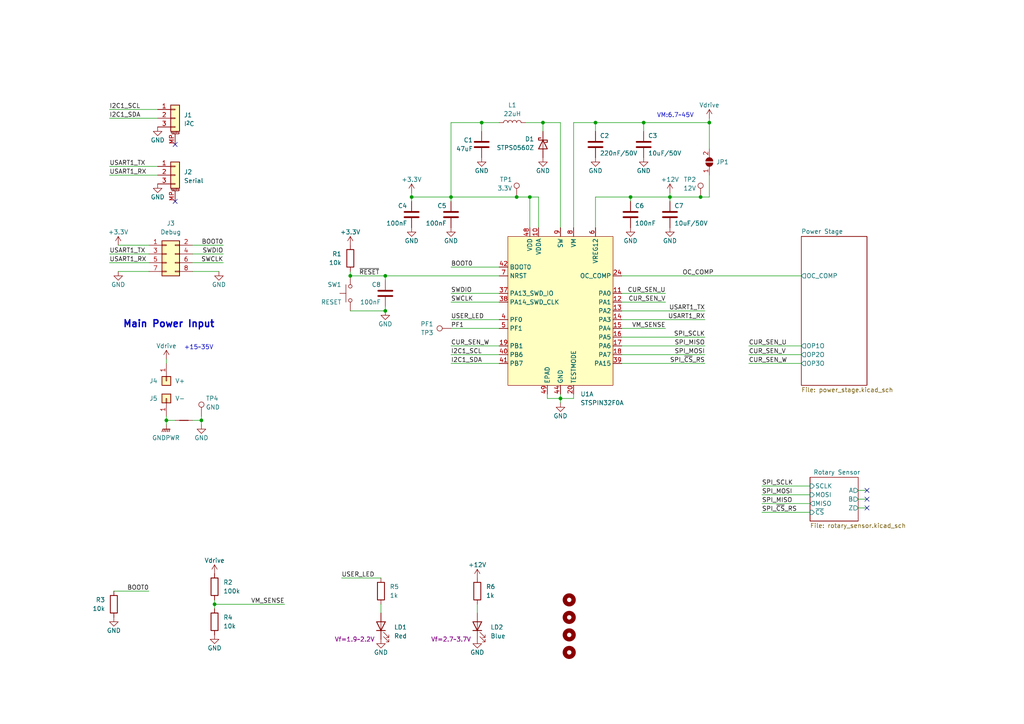
<source format=kicad_sch>
(kicad_sch (version 20230121) (generator eeschema)
  (paper "A4")
  (lib_symbols
    (symbol "Connector:TestPoint" (pin_numbers hide) (pin_names (offset 0.762) hide)
      (property "Reference" "TP" (at 0 6.858 0))
      (property "Value" "TestPoint" (at 0 5.08 0))
      (symbol "TestPoint_0_1"
        (circle (center 0 3.302) (radius 0.762))
      )
      (symbol "TestPoint_1_1"
        (pin passive line (at 0 0 90) (length 2.54) (name "1") (number "1"))
      )
    )
    (symbol "Connector_Generic:Conn_01x01" (pin_names (offset 1.016) hide)
      (property "Reference" "J" (at 0 2.54 0))
      (property "Value" "Conn_01x01" (at 0 -2.54 0))
      (symbol "Conn_01x01_1_1"
        (rectangle (start -1.27 0.127) (end 0 -0.127) (stroke (width 0.1524)))
        (rectangle (start -1.27 1.27) (end 1.27 -1.27) (stroke (width 0.254)) (fill (type background)))
        (pin passive line (at -5.08 0 0) (length 3.81) (name "Pin_1") (number "1"))
      )
    )
    (symbol "Connector_Generic:Conn_02x04_Odd_Even" (pin_names (offset 1.016) hide)
      (property "Reference" "J" (at 1.27 5.08 0))
      (property "Value" "Conn_02x04_Odd_Even" (at 1.27 -7.62 0))
      (symbol "Conn_02x04_Odd_Even_1_1"
        (rectangle (start -1.27 -4.953) (end 0 -5.207) (stroke (width 0.1524)))
        (rectangle (start -1.27 -2.413) (end 0 -2.667) (stroke (width 0.1524)))
        (rectangle (start -1.27 0.127) (end 0 -0.127) (stroke (width 0.1524)))
        (rectangle (start -1.27 2.667) (end 0 2.413) (stroke (width 0.1524)))
        (rectangle (start -1.27 3.81) (end 3.81 -6.35) (stroke (width 0.254)) (fill (type background)))
        (rectangle (start 3.81 -4.953) (end 2.54 -5.207) (stroke (width 0.1524)))
        (rectangle (start 3.81 -2.413) (end 2.54 -2.667) (stroke (width 0.1524)))
        (rectangle (start 3.81 0.127) (end 2.54 -0.127) (stroke (width 0.1524)))
        (rectangle (start 3.81 2.667) (end 2.54 2.413) (stroke (width 0.1524)))
        (pin passive line (at -5.08 2.54 0) (length 3.81) (name "Pin_1") (number "1"))
        (pin passive line (at 7.62 2.54 180) (length 3.81) (name "Pin_2") (number "2"))
        (pin passive line (at -5.08 0 0) (length 3.81) (name "Pin_3") (number "3"))
        (pin passive line (at 7.62 0 180) (length 3.81) (name "Pin_4") (number "4"))
        (pin passive line (at -5.08 -2.54 0) (length 3.81) (name "Pin_5") (number "5"))
        (pin passive line (at 7.62 -2.54 180) (length 3.81) (name "Pin_6") (number "6"))
        (pin passive line (at -5.08 -5.08 0) (length 3.81) (name "Pin_7") (number "7"))
        (pin passive line (at 7.62 -5.08 180) (length 3.81) (name "Pin_8") (number "8"))
      )
    )
    (symbol "Connector_Generic_MountingPin:Conn_01x03_MountingPin" (pin_names (offset 1.016) hide)
      (property "Reference" "J" (at 0 5.08 0))
      (property "Value" "Conn_01x03_MountingPin" (at 1.27 -5.08 0))
      (symbol "Conn_01x03_MountingPin_1_1"
        (rectangle (start -1.27 -2.413) (end 0 -2.667) (stroke (width 0.1524)))
        (rectangle (start -1.27 0.127) (end 0 -0.127) (stroke (width 0.1524)))
        (rectangle (start -1.27 2.667) (end 0 2.413) (stroke (width 0.1524)))
        (rectangle (start -1.27 3.81) (end 1.27 -3.81) (stroke (width 0.254)) (fill (type background)))
        (polyline (pts (xy -1.016 -4.572) (xy 1.016 -4.572)) (stroke (width 0.1524)))
        (text "Mounting" (at 0 -4.191 0) (effects (font (size 0.381 0.381))))
        (pin passive line (at -5.08 2.54 0) (length 3.81) (name "Pin_1") (number "1"))
        (pin passive line (at -5.08 0 0) (length 3.81) (name "Pin_2") (number "2"))
        (pin passive line (at -5.08 -2.54 0) (length 3.81) (name "Pin_3") (number "3"))
        (pin passive line (at 0 -7.62 90) (length 3.048) (name "MountPin") (number "MP"))
      )
    )
    (symbol "Device:C" (pin_numbers hide) (pin_names (offset 0.254))
      (property "Reference" "C" (at 0.635 2.54 0))
      (property "Value" "C" (at 0.635 -2.54 0))
      (symbol "C_0_1"
        (polyline (pts (xy -2.032 -0.762) (xy 2.032 -0.762)) (stroke (width 0.508)))
        (polyline (pts (xy -2.032 0.762) (xy 2.032 0.762)) (stroke (width 0.508)))
      )
      (symbol "C_1_1"
        (pin passive line (at 0 3.81 270) (length 2.794) (name "~") (number "1"))
        (pin passive line (at 0 -3.81 90) (length 2.794) (name "~") (number "2"))
      )
    )
    (symbol "Device:L" (pin_numbers hide) (pin_names (offset 1.016) hide)
      (property "Reference" "L" (at -1.27 0 90))
      (property "Value" "L" (at 1.905 0 90))
      (symbol "L_0_1"
        (arc (start 0 -2.54) (mid 0.6323 -1.905) (end 0 -1.27))
        (arc (start 0 -1.27) (mid 0.6323 -0.635) (end 0 0))
        (arc (start 0 0) (mid 0.6323 0.635) (end 0 1.27))
        (arc (start 0 1.27) (mid 0.6323 1.905) (end 0 2.54))
      )
      (symbol "L_1_1"
        (pin passive line (at 0 3.81 270) (length 1.27) (name "1") (number "1"))
        (pin passive line (at 0 -3.81 90) (length 1.27) (name "2") (number "2"))
      )
    )
    (symbol "Device:LED" (pin_numbers hide) (pin_names (offset 1.016) hide)
      (property "Reference" "D" (at 0 2.54 0))
      (property "Value" "LED" (at 0 -2.54 0))
      (symbol "LED_0_1"
        (polyline (pts (xy -1.27 -1.27) (xy -1.27 1.27)) (stroke (width 0.254)))
        (polyline (pts (xy -1.27 0) (xy 1.27 0)))
        (polyline (pts (xy 1.27 -1.27) (xy 1.27 1.27) (xy -1.27 0) (xy 1.27 -1.27)) (stroke (width 0.254)))
        (polyline (pts (xy -3.048 -0.762) (xy -4.572 -2.286) (xy -3.81 -2.286) (xy -4.572 -2.286) (xy -4.572 -1.524)))
        (polyline (pts (xy -1.778 -0.762) (xy -3.302 -2.286) (xy -2.54 -2.286) (xy -3.302 -2.286) (xy -3.302 -1.524)))
      )
      (symbol "LED_1_1"
        (pin passive line (at -3.81 0 0) (length 2.54) (name "K") (number "1"))
        (pin passive line (at 3.81 0 180) (length 2.54) (name "A") (number "2"))
      )
    )
    (symbol "Device:NetTie_2" (pin_numbers hide) (pin_names (offset 0) hide) (in_bom no)
      (property "Reference" "NT" (at 0 1.27 0))
      (property "Value" "NetTie_2" (at 0 -1.27 0))
      (symbol "NetTie_2_0_1"
        (polyline (pts (xy -1.27 0) (xy 1.27 0)) (stroke (width 0.254)))
      )
      (symbol "NetTie_2_1_1"
        (pin passive line (at -2.54 0 0) (length 2.54) (name "1") (number "1"))
        (pin passive line (at 2.54 0 180) (length 2.54) (name "2") (number "2"))
      )
    )
    (symbol "Device:R" (pin_numbers hide) (pin_names (offset 0))
      (property "Reference" "R" (at 2.032 0 90))
      (property "Value" "R" (at 0 0 90))
      (symbol "R_0_1"
        (rectangle (start -1.016 -2.54) (end 1.016 2.54) (stroke (width 0.254)))
      )
      (symbol "R_1_1"
        (pin passive line (at 0 3.81 270) (length 1.27) (name "~") (number "1"))
        (pin passive line (at 0 -3.81 90) (length 1.27) (name "~") (number "2"))
      )
    )
    (symbol "Diode:1N6857UR" (pin_numbers hide) (pin_names (offset 1.016) hide)
      (property "Reference" "D" (at 0 2.54 0))
      (property "Value" "1N6857UR" (at 0 -2.54 0))
      (symbol "1N6857UR_0_1"
        (polyline (pts (xy 1.27 0) (xy -1.27 0)))
        (polyline (pts (xy 1.27 1.27) (xy 1.27 -1.27) (xy -1.27 0) (xy 1.27 1.27)) (stroke (width 0.254)))
        (polyline (pts (xy -1.905 0.635) (xy -1.905 1.27) (xy -1.27 1.27) (xy -1.27 -1.27) (xy -0.635 -1.27) (xy -0.635 -0.635)) (stroke (width 0.254)))
      )
      (symbol "1N6857UR_1_1"
        (pin passive line (at -3.81 0 0) (length 2.54) (name "K") (number "1"))
        (pin passive line (at 3.81 0 180) (length 2.54) (name "A") (number "2"))
      )
    )
    (symbol "Jumper:SolderJumper_2_Open" (pin_names (offset 0) hide)
      (property "Reference" "JP" (at 0 2.032 0))
      (property "Value" "SolderJumper_2_Open" (at 0 -2.54 0))
      (symbol "SolderJumper_2_Open_0_1"
        (arc (start -0.254 1.016) (mid -1.2656 0) (end -0.254 -1.016))
        (arc (start -0.254 1.016) (mid -1.2656 0) (end -0.254 -1.016) (fill (type outline)))
        (polyline (pts (xy -0.254 1.016) (xy -0.254 -1.016)))
        (polyline (pts (xy 0.254 1.016) (xy 0.254 -1.016)))
        (arc (start 0.254 -1.016) (mid 1.2656 0) (end 0.254 1.016))
        (arc (start 0.254 -1.016) (mid 1.2656 0) (end 0.254 1.016) (fill (type outline)))
      )
      (symbol "SolderJumper_2_Open_1_1"
        (pin passive line (at -3.81 0 0) (length 2.54) (name "A") (number "1"))
        (pin passive line (at 3.81 0 180) (length 2.54) (name "B") (number "2"))
      )
    )
    (symbol "Mechanical:MountingHole" (pin_names (offset 1.016))
      (property "Reference" "H" (at 0 5.08 0))
      (property "Value" "MountingHole" (at 0 3.175 0))
      (symbol "MountingHole_0_1"
        (circle (center 0 0) (radius 1.27) (stroke (width 1.27)))
      )
    )
    (symbol "STSPIN32F0A_1"
      (property "Reference" "U" (at 0 0 0))
      (property "Value" "STSPIN32F0A" (at 0 -10.16 0))
      (symbol "STSPIN32F0A_1_1_0"
        (pin power_in line (at -3.81 20.32 270) (length 2.54) (name "VDDA") (number "10"))
        (pin bidirectional line (at 20.32 1.27 180) (length 2.54) (name "PA0") (number "11"))
        (pin bidirectional line (at 20.32 -1.27 180) (length 2.54) (name "PA1") (number "12"))
        (pin bidirectional line (at 20.32 -3.81 180) (length 2.54) (name "PA2") (number "13"))
        (pin bidirectional line (at 20.32 -6.35 180) (length 2.54) (name "PA3") (number "14"))
        (pin bidirectional line (at 20.32 -8.89 180) (length 2.54) (name "PA4") (number "15"))
        (pin bidirectional line (at 20.32 -11.43 180) (length 2.54) (name "PA5") (number "16"))
        (pin bidirectional line (at 20.32 -13.97 180) (length 2.54) (name "PA6") (number "17"))
        (pin bidirectional line (at 20.32 -16.51 180) (length 2.54) (name "PA7") (number "18"))
        (pin bidirectional line (at -15.24 -13.97 0) (length 2.54) (name "PB1") (number "19"))
        (pin input line (at 6.35 -27.94 90) (length 2.54) (name "TESTMODE") (number "20"))
        (pin input line (at 20.32 6.35 180) (length 2.54) (name "OC_COMP") (number "24"))
        (pin bidirectional line (at -15.24 1.27 0) (length 2.54) (name "PA13_SWD_IO") (number "37"))
        (pin bidirectional line (at -15.24 -1.27 0) (length 2.54) (name "PA14_SWD_CLK") (number "38"))
        (pin bidirectional line (at 20.32 -19.05 180) (length 2.54) (name "PA15") (number "39"))
        (pin bidirectional line (at -15.24 -6.35 0) (length 2.54) (name "PF0") (number "4"))
        (pin bidirectional line (at -15.24 -16.51 0) (length 2.54) (name "PB6") (number "40"))
        (pin bidirectional line (at -15.24 -19.05 0) (length 2.54) (name "PB7") (number "41"))
        (pin input line (at -15.24 8.89 0) (length 2.54) (name "BOOT0") (number "42"))
        (pin no_connect line (at 10.16 -27.94 90) (length 2.54) hide (name "RESERVED") (number "43"))
        (pin power_in line (at 2.54 -27.94 90) (length 2.54) (name "GND") (number "44"))
        (pin power_in line (at -6.35 20.32 270) (length 2.54) (name "VDD") (number "48"))
        (pin power_in line (at -1.27 -27.94 90) (length 2.54) (name "EPAD") (number "49"))
        (pin bidirectional line (at -15.24 -8.89 0) (length 2.54) (name "PF1") (number "5"))
        (pin power_out line (at 12.7 20.32 270) (length 2.54) (name "VREG12") (number "6"))
        (pin input line (at -15.24 6.35 0) (length 2.54) (name "NRST") (number "7"))
        (pin power_in line (at 6.35 20.32 270) (length 2.54) (name "VM") (number "8"))
        (pin output line (at 2.54 20.32 270) (length 2.54) (name "SW") (number "9"))
      )
      (symbol "STSPIN32F0A_1_1_1"
        (rectangle (start -12.7 17.78) (end 17.78 -25.4) (fill (type background)))
      )
      (symbol "STSPIN32F0A_1_2_0"
        (pin output line (at 10.16 8.89 180) (length 2.54) (name "HSW") (number "25"))
        (pin output line (at 10.16 -3.81 180) (length 2.54) (name "OUTW") (number "26"))
        (pin output line (at 10.16 2.54 180) (length 2.54) (name "VBOOTW") (number "27"))
        (pin output line (at 10.16 -10.16 180) (length 2.54) (name "LSW") (number "28"))
      )
      (symbol "STSPIN32F0A_1_2_1"
        (rectangle (start -3.81 11.43) (end 7.62 -11.43) (fill (type background)))
        (text "W" (at -1.27 8.89 0) (effects (font (size 2 2) bold)))
      )
      (symbol "STSPIN32F0A_1_3_0"
        (pin output line (at 10.16 8.89 180) (length 2.54) (name "HSV") (number "29"))
        (pin output line (at 10.16 -3.81 180) (length 2.54) (name "OUTV") (number "30"))
        (pin output line (at 10.16 2.54 180) (length 2.54) (name "VBOOTV") (number "31"))
        (pin output line (at 10.16 -10.16 180) (length 2.54) (name "LSV") (number "32"))
      )
      (symbol "STSPIN32F0A_1_3_1"
        (rectangle (start -3.81 11.43) (end 7.62 -11.43) (fill (type background)))
        (text "V" (at -1.27 8.89 0) (effects (font (size 2 2) bold)))
      )
      (symbol "STSPIN32F0A_1_4_0"
        (pin output line (at 10.16 8.89 180) (length 2.54) (name "HSU") (number "33"))
        (pin output line (at 10.16 -3.81 180) (length 2.54) (name "OUTU") (number "34"))
        (pin output line (at 10.16 2.54 180) (length 2.54) (name "VBOOTU") (number "35"))
        (pin output line (at 10.16 -10.16 180) (length 2.54) (name "LSU") (number "36"))
      )
      (symbol "STSPIN32F0A_1_4_1"
        (rectangle (start -3.81 11.43) (end 7.62 -11.43) (fill (type background)))
        (text "U" (at -1.27 8.89 0) (effects (font (size 2 2) bold)))
      )
      (symbol "STSPIN32F0A_1_5_0"
        (pin input line (at -7.62 3.81 0) (length 2.54) (name "OP3P") (number "45"))
        (pin input line (at -7.62 -3.81 0) (length 2.54) (name "OP3N") (number "46"))
        (pin output line (at 11.43 0 180) (length 2.54) (name "OP3O") (number "47"))
      )
      (symbol "STSPIN32F0A_1_5_1"
        (polyline (pts (xy 10.16 0) (xy -5.08 7.62) (xy -5.08 -7.62) (xy 10.16 0)) (fill (type background)))
        (text "+" (at -6.35 2.54 0) (effects (font (size 1.27 1.27))))
        (text "-" (at -6.35 -5.08 0) (effects (font (size 1.27 1.27))))
      )
      (symbol "STSPIN32F0A_1_6_0"
        (pin input line (at -7.62 3.81 0) (length 2.54) (name "OP2P") (number "1"))
        (pin input line (at -7.62 -3.81 0) (length 2.54) (name "OP2N") (number "2"))
        (pin output line (at 11.43 0 180) (length 2.54) (name "OP2O") (number "3"))
      )
      (symbol "STSPIN32F0A_1_6_1"
        (polyline (pts (xy 10.16 0) (xy -5.08 7.62) (xy -5.08 -7.62) (xy 10.16 0)) (fill (type background)))
        (text "+" (at -6.35 2.54 0) (effects (font (size 1.27 1.27))))
        (text "-" (at -6.35 -5.08 0) (effects (font (size 1.27 1.27))))
      )
      (symbol "STSPIN32F0A_1_7_0"
        (pin output line (at 11.43 0 180) (length 2.54) (name "OP1O") (number "21"))
        (pin input line (at -7.62 -3.81 0) (length 2.54) (name "OP1N") (number "22"))
        (pin input line (at -7.62 3.81 0) (length 2.54) (name "OP1P") (number "23"))
      )
      (symbol "STSPIN32F0A_1_7_1"
        (polyline (pts (xy 10.16 0) (xy -5.08 7.62) (xy -5.08 -7.62) (xy 10.16 0)) (fill (type background)))
        (text "+" (at -6.35 2.54 0) (effects (font (size 1.27 1.27))))
        (text "-" (at -6.35 -5.08 0) (effects (font (size 1.27 1.27))))
      )
    )
    (symbol "Switch:SW_Push" (pin_numbers hide) (pin_names (offset 1.016) hide)
      (property "Reference" "SW" (at 1.27 2.54 0))
      (property "Value" "SW_Push" (at 0 -1.524 0))
      (symbol "SW_Push_0_1"
        (circle (center -2.032 0) (radius 0.508))
        (polyline (pts (xy 0 1.27) (xy 0 3.048)))
        (polyline (pts (xy 2.54 1.27) (xy -2.54 1.27)))
        (circle (center 2.032 0) (radius 0.508))
        (pin passive line (at -5.08 0 0) (length 2.54) (name "1") (number "1"))
        (pin passive line (at 5.08 0 180) (length 2.54) (name "2") (number "2"))
      )
    )
    (symbol "power:+12V" (power) (pin_names (offset 0))
      (property "Value" "+12V" (at 0 3.556 0))
      (symbol "+12V_0_1"
        (polyline (pts (xy -0.762 1.27) (xy 0 2.54)))
        (polyline (pts (xy 0 0) (xy 0 2.54)))
        (polyline (pts (xy 0 2.54) (xy 0.762 1.27)))
      )
      (symbol "+12V_1_1"
        (pin power_in line (at 0 0 90) (length 0) hide (name "+12V") (number "1"))
      )
    )
    (symbol "power:+3.3V" (power) (pin_names (offset 0))
      (property "Value" "+3.3V" (at 0 3.556 0))
      (symbol "+3.3V_0_1"
        (polyline (pts (xy -0.762 1.27) (xy 0 2.54)))
        (polyline (pts (xy 0 0) (xy 0 2.54)))
        (polyline (pts (xy 0 2.54) (xy 0.762 1.27)))
      )
      (symbol "+3.3V_1_1"
        (pin power_in line (at 0 0 90) (length 0) hide (name "+3.3V") (number "1"))
      )
    )
    (symbol "power:GND" (power) (pin_names (offset 0))
      (property "Value" "GND" (at 0 -3.81 0))
      (symbol "GND_0_1"
        (polyline (pts (xy 0 0) (xy 0 -1.27) (xy 1.27 -1.27) (xy 0 -2.54) (xy -1.27 -1.27) (xy 0 -1.27)))
      )
      (symbol "GND_1_1"
        (pin power_in line (at 0 0 270) (length 0) hide (name "GND") (number "1"))
      )
    )
    (symbol "power:GNDPWR" (power) (pin_names (offset 0))
      (property "Value" "GNDPWR" (at 0 -3.302 0))
      (symbol "GNDPWR_0_1"
        (polyline (pts (xy 0 -1.27) (xy 0 0)))
        (polyline (pts (xy -1.016 -1.27) (xy -1.27 -2.032) (xy -1.27 -2.032)) (stroke (width 0.2032)))
        (polyline (pts (xy -0.508 -1.27) (xy -0.762 -2.032) (xy -0.762 -2.032)) (stroke (width 0.2032)))
        (polyline (pts (xy 0 -1.27) (xy -0.254 -2.032) (xy -0.254 -2.032)) (stroke (width 0.2032)))
        (polyline (pts (xy 0.508 -1.27) (xy 0.254 -2.032) (xy 0.254 -2.032)) (stroke (width 0.2032)))
        (polyline (pts (xy 1.016 -1.27) (xy -1.016 -1.27) (xy -1.016 -1.27)) (stroke (width 0.2032)))
        (polyline (pts (xy 1.016 -1.27) (xy 0.762 -2.032) (xy 0.762 -2.032) (xy 0.762 -2.032)) (stroke (width 0.2032)))
      )
      (symbol "GNDPWR_1_1"
        (pin power_in line (at 0 0 270) (length 0) hide (name "GNDPWR") (number "1"))
      )
    )
    (symbol "power:Vdrive" (power) (pin_names (offset 0))
      (property "Value" "Vdrive" (at 0 3.81 0))
      (symbol "Vdrive_0_1"
        (polyline (pts (xy -0.762 1.27) (xy 0 2.54)))
        (polyline (pts (xy 0 0) (xy 0 2.54)))
        (polyline (pts (xy 0 2.54) (xy 0.762 1.27)))
      )
      (symbol "Vdrive_1_1"
        (pin power_in line (at 0 0 90) (length 0) hide (name "Vdrive") (number "1"))
      )
    )
  )
  (junction (at 58.42 121.92))
  (junction (at 111.76 90.17))
  (junction (at 157.48 35.56))
  (junction (at 111.76 80.01))
  (junction (at 162.56 115.57))
  (junction (at 203.2 57.15))
  (junction (at 48.26 121.92))
  (junction (at 172.72 35.56))
  (junction (at 186.69 35.56))
  (junction (at 101.6 80.01))
  (junction (at 62.23 175.26))
  (junction (at 130.81 57.15))
  (junction (at 139.7 35.56))
  (junction (at 153.67 57.15))
  (junction (at 149.86 57.15))
  (junction (at 205.74 35.56))
  (junction (at 119.38 57.15))
  (junction (at 194.31 57.15))
  (junction (at 182.88 57.15))
  (no_connect (at 50.8 41.91))
  (no_connect (at 251.46 142.24))
  (no_connect (at 50.8 58.42))
  (no_connect (at 251.46 147.32))
  (no_connect (at 251.46 144.78))
  (wire (pts (xy 82.55 175.26) (xy 62.23 175.26)))
  (wire (pts (xy 217.17 100.33) (xy 232.41 100.33)))
  (wire (pts (xy 58.42 123.19) (xy 58.42 121.92)))
  (wire (pts (xy 194.31 58.42) (xy 194.31 57.15)))
  (wire (pts (xy 180.34 92.71) (xy 204.47 92.71)))
  (wire (pts (xy 31.75 48.26) (xy 45.72 48.26)))
  (wire (pts (xy 130.81 95.25) (xy 144.78 95.25)))
  (wire (pts (xy 55.88 121.92) (xy 58.42 121.92)))
  (wire (pts (xy 193.04 87.63) (xy 180.34 87.63)))
  (wire (pts (xy 166.37 35.56) (xy 166.37 66.04)))
  (wire (pts (xy 157.48 35.56) (xy 162.56 35.56)))
  (wire (pts (xy 130.81 57.15) (xy 130.81 58.42)))
  (wire (pts (xy 130.81 100.33) (xy 144.78 100.33)))
  (wire (pts (xy 220.98 140.97) (xy 234.95 140.97)))
  (wire (pts (xy 172.72 35.56) (xy 166.37 35.56)))
  (wire (pts (xy 64.77 73.66) (xy 55.88 73.66)))
  (wire (pts (xy 130.81 105.41) (xy 144.78 105.41)))
  (wire (pts (xy 130.81 57.15) (xy 149.86 57.15)))
  (wire (pts (xy 248.92 147.32) (xy 251.46 147.32)))
  (wire (pts (xy 153.67 57.15) (xy 153.67 66.04)))
  (wire (pts (xy 194.31 57.15) (xy 203.2 57.15)))
  (wire (pts (xy 220.98 146.05) (xy 234.95 146.05)))
  (wire (pts (xy 166.37 115.57) (xy 162.56 115.57)))
  (wire (pts (xy 101.6 90.17) (xy 111.76 90.17)))
  (wire (pts (xy 50.8 121.92) (xy 48.26 121.92)))
  (wire (pts (xy 193.04 85.09) (xy 180.34 85.09)))
  (wire (pts (xy 48.26 123.19) (xy 48.26 121.92)))
  (wire (pts (xy 130.81 92.71) (xy 144.78 92.71)))
  (wire (pts (xy 180.34 105.41) (xy 204.47 105.41)))
  (wire (pts (xy 186.69 38.1) (xy 186.69 35.56)))
  (wire (pts (xy 31.75 76.2) (xy 43.18 76.2)))
  (wire (pts (xy 153.67 57.15) (xy 156.21 57.15)))
  (wire (pts (xy 180.34 90.17) (xy 204.47 90.17)))
  (wire (pts (xy 99.06 167.64) (xy 110.49 167.64)))
  (wire (pts (xy 180.34 102.87) (xy 204.47 102.87)))
  (wire (pts (xy 31.75 50.8) (xy 45.72 50.8)))
  (wire (pts (xy 31.75 31.75) (xy 45.72 31.75)))
  (wire (pts (xy 130.81 35.56) (xy 139.7 35.56)))
  (wire (pts (xy 248.92 144.78) (xy 251.46 144.78)))
  (wire (pts (xy 139.7 35.56) (xy 139.7 38.1)))
  (wire (pts (xy 62.23 173.99) (xy 62.23 175.26)))
  (wire (pts (xy 31.75 34.29) (xy 45.72 34.29)))
  (wire (pts (xy 156.21 66.04) (xy 156.21 57.15)))
  (wire (pts (xy 220.98 148.59) (xy 234.95 148.59)))
  (wire (pts (xy 101.6 80.01) (xy 111.76 80.01)))
  (wire (pts (xy 162.56 115.57) (xy 162.56 116.84)))
  (wire (pts (xy 58.42 121.92) (xy 58.42 120.65)))
  (wire (pts (xy 180.34 97.79) (xy 204.47 97.79)))
  (wire (pts (xy 48.26 121.92) (xy 48.26 120.65)))
  (wire (pts (xy 166.37 114.3) (xy 166.37 115.57)))
  (wire (pts (xy 152.4 35.56) (xy 157.48 35.56)))
  (wire (pts (xy 248.92 142.24) (xy 251.46 142.24)))
  (wire (pts (xy 158.75 114.3) (xy 158.75 115.57)))
  (wire (pts (xy 203.2 57.15) (xy 205.74 57.15)))
  (wire (pts (xy 130.81 87.63) (xy 144.78 87.63)))
  (wire (pts (xy 217.17 105.41) (xy 232.41 105.41)))
  (wire (pts (xy 180.34 100.33) (xy 204.47 100.33)))
  (wire (pts (xy 217.17 102.87) (xy 232.41 102.87)))
  (wire (pts (xy 130.81 77.47) (xy 144.78 77.47)))
  (wire (pts (xy 62.23 175.26) (xy 62.23 176.53)))
  (wire (pts (xy 48.26 104.14) (xy 48.26 105.41)))
  (wire (pts (xy 180.34 80.01) (xy 232.41 80.01)))
  (wire (pts (xy 130.81 85.09) (xy 144.78 85.09)))
  (wire (pts (xy 111.76 90.17) (xy 111.76 88.9)))
  (wire (pts (xy 182.88 57.15) (xy 182.88 58.42)))
  (wire (pts (xy 63.5 78.74) (xy 55.88 78.74)))
  (wire (pts (xy 31.75 73.66) (xy 43.18 73.66)))
  (wire (pts (xy 111.76 81.28) (xy 111.76 80.01)))
  (wire (pts (xy 194.31 55.88) (xy 194.31 57.15)))
  (wire (pts (xy 182.88 57.15) (xy 194.31 57.15)))
  (wire (pts (xy 162.56 114.3) (xy 162.56 115.57)))
  (wire (pts (xy 172.72 57.15) (xy 172.72 66.04)))
  (wire (pts (xy 119.38 57.15) (xy 119.38 58.42)))
  (wire (pts (xy 205.74 35.56) (xy 186.69 35.56)))
  (wire (pts (xy 149.86 57.15) (xy 153.67 57.15)))
  (wire (pts (xy 182.88 57.15) (xy 172.72 57.15)))
  (wire (pts (xy 193.04 95.25) (xy 180.34 95.25)))
  (wire (pts (xy 162.56 35.56) (xy 162.56 66.04)))
  (wire (pts (xy 139.7 35.56) (xy 144.78 35.56)))
  (wire (pts (xy 220.98 143.51) (xy 234.95 143.51)))
  (wire (pts (xy 157.48 38.1) (xy 157.48 35.56)))
  (wire (pts (xy 64.77 76.2) (xy 55.88 76.2)))
  (wire (pts (xy 64.77 71.12) (xy 55.88 71.12)))
  (wire (pts (xy 119.38 57.15) (xy 130.81 57.15)))
  (wire (pts (xy 34.29 78.74) (xy 43.18 78.74)))
  (wire (pts (xy 43.18 171.45) (xy 33.02 171.45)))
  (wire (pts (xy 130.81 35.56) (xy 130.81 57.15)))
  (wire (pts (xy 119.38 55.88) (xy 119.38 57.15)))
  (wire (pts (xy 205.74 50.8) (xy 205.74 57.15)))
  (wire (pts (xy 130.81 102.87) (xy 144.78 102.87)))
  (wire (pts (xy 34.29 71.12) (xy 43.18 71.12)))
  (wire (pts (xy 138.43 177.8) (xy 138.43 175.26)))
  (wire (pts (xy 172.72 35.56) (xy 172.72 38.1)))
  (wire (pts (xy 205.74 43.18) (xy 205.74 35.56)))
  (wire (pts (xy 172.72 35.56) (xy 186.69 35.56)))
  (wire (pts (xy 110.49 177.8) (xy 110.49 175.26)))
  (wire (pts (xy 111.76 80.01) (xy 144.78 80.01)))
  (wire (pts (xy 101.6 78.74) (xy 101.6 80.01)))
  (wire (pts (xy 205.74 34.29) (xy 205.74 35.56)))
  (wire (pts (xy 158.75 115.57) (xy 162.56 115.57)))
  (text "+15~35V" (at 53.34 101.6 0) (effects (font (size 1.27 1.27)) (justify left bottom)))
  (text "VM:6.7~45V" (at 190.5 34.29 0) (effects (font (size 1.27 1.27)) (justify left bottom)))
  (text "Main Power Input" (at 35.56 95.25 0) (effects (font (size 2 2) (thickness 0.4) bold) (justify left bottom)))
  (label "I2C1_SCL" (at 31.75 31.75 0))
  (label "SWCLK" (at 64.77 76.2 180))
  (label "BOOT0" (at 130.81 77.47 0))
  (label "SPI_SCLK" (at 220.98 140.97 0))
  (label "SPI_MOSI" (at 204.47 102.87 180))
  (label "USART1_TX" (at 31.75 73.66 0))
  (label "USER_LED" (at 99.06 167.64 0))
  (label "SPI_~{CS}_RS" (at 204.47 105.41 180))
  (label "SPI_SCLK" (at 204.47 97.79 180))
  (label "SPI_MOSI" (at 220.98 143.51 0))
  (label "SPI_MISO" (at 220.98 146.05 0))
  (label "VM_SENSE" (at 193.04 95.25 180))
  (label "OC_COMP" (at 207.01 80.01 180))
  (label "USART1_RX" (at 204.47 92.71 180))
  (label "I2C1_SDA" (at 31.75 34.29 0))
  (label "~{RESET}" (at 104.14 80.01 0))
  (label "USART1_RX" (at 31.75 50.8 0))
  (label "USART1_RX" (at 31.75 76.2 0))
  (label "USART1_TX" (at 31.75 48.26 0))
  (label "BOOT0" (at 43.18 171.45 180))
  (label "SWDIO" (at 64.77 73.66 180))
  (label "CUR_SEN_U" (at 193.04 85.09 180))
  (label "I2C1_SCL" (at 130.81 102.87 0))
  (label "SWDIO" (at 130.81 85.09 0))
  (label "CUR_SEN_V" (at 217.17 102.87 0))
  (label "SWCLK" (at 130.81 87.63 0))
  (label "CUR_SEN_W" (at 130.81 100.33 0))
  (label "BOOT0" (at 64.77 71.12 180))
  (label "I2C1_SDA" (at 130.81 105.41 0))
  (label "CUR_SEN_V" (at 193.04 87.63 180))
  (label "CUR_SEN_U" (at 217.17 100.33 0))
  (label "SPI_MISO" (at 204.47 100.33 180))
  (label "SPI_~{CS}_RS" (at 220.98 148.59 0))
  (label "PF1" (at 130.81 95.25 0))
  (label "VM_SENSE" (at 82.55 175.26 180))
  (label "CUR_SEN_W" (at 217.17 105.41 0))
  (label "USER_LED" (at 130.81 92.71 0))
  (label "USART1_TX" (at 204.47 90.17 180))
  (symbol (lib_id "power:GND") (at 111.76 90.17 0) (unit 1)
    (property "Reference" "#PWR018" (effects hide))
    (property "Value" "GND" (at 111.76 93.98 0))
  )
  (symbol (lib_id "power:+3.3V") (at 119.38 55.88 0) (unit 1)
    (property "Reference" "#PWR08" (effects hide))
    (property "Value" "+3.3V" (at 119.38 52.07 0))
  )
  (symbol (lib_id "Device:LED") (at 138.43 181.61 90) (unit 1)
    (property "Reference" "LD2" (at 142.24 181.9275 90) (effects (justify right)))
    (property "Value" "Blue" (at 142.24 184.4675 90) (effects (justify right)))
    (property "Footprint" "LED_SMD:LED_0603_1608Metric" (effects hide))
    (property "Note" "Vf=2.7~3.7V" (at 130.81 185.42 90))
    (property "LCSC" "C72043" (effects hide))
    (property "MFR. Part#" "19-217/GHC-YR1S2/3T" (effects hide))
  )
  (symbol (lib_id "Connector_Generic_MountingPin:Conn_01x03_MountingPin") (at 50.8 34.29 0) (unit 1)
    (property "Reference" "J1" (at 53.34 33.3756 0) (effects (justify left)))
    (property "Value" "I^{2}C" (at 53.34 35.9156 0) (effects (justify left)))
    (property "Footprint" "Connector_JST:JST_SH_SM03B-SRSS-TB_1x03-1MP_P1.00mm_Horizontal" (effects hide))
    (property "LCSC" "C160403" (effects hide))
    (property "MFR. Part#" "SM03B-SRSS-TB(LF)(SN)" (effects hide))
  )
  (symbol (lib_id "power:+3.3V") (at 34.29 71.12 0) (mirror y) (unit 1)
    (property "Reference" "#PWR014" (effects hide))
    (property "Value" "+3.3V" (at 34.29 67.31 0))
  )
  (symbol (lib_id "power:GND") (at 139.7 45.72 0) (unit 1)
    (property "Reference" "#PWR03" (effects hide))
    (property "Value" "GND" (at 139.7 49.53 0))
  )
  (symbol (lib_id "power:GND") (at 119.38 66.04 0) (unit 1)
    (property "Reference" "#PWR010" (effects hide))
    (property "Value" "GND" (at 119.38 69.85 0))
  )
  (symbol (lib_id "power:GND") (at 58.42 123.19 0) (unit 1)
    (property "Reference" "#PWR022" (effects hide))
    (property "Value" "GND" (at 58.42 127 0))
  )
  (symbol (lib_id "Device:L") (at 148.59 35.56 90) (unit 1)
    (property "Reference" "L1" (at 148.59 30.48 90))
    (property "Value" "22uH" (at 148.59 33.02 90))
    (property "Footprint" "Inductor_SMD:L_Taiyo-Yuden_MD-3030" (effects hide))
    (property "MFR. Part#" "YNR3015-220M" (effects hide))
    (property "LCSC" "C497564" (effects hide))
  )
  (symbol (lib_id "Connector:TestPoint") (at 203.2 57.15 0) (mirror y) (unit 1)
    (property "Reference" "TP2" (at 201.93 52.07 0) (effects (justify left)))
    (property "Value" "12V" (at 201.93 54.61 0) (effects (justify left)))
    (property "Footprint" "TestPoint:TestPoint_Pad_D1.0mm" (effects hide))
  )
  (symbol (lib_id "power:GND") (at 157.48 45.72 0) (unit 1)
    (property "Reference" "#PWR04" (effects hide))
    (property "Value" "GND" (at 157.48 49.53 0))
  )
  (symbol (lib_id "Device:C") (at 130.81 62.23 0) (unit 1)
    (property "Reference" "C5" (at 129.54 59.69 0) (effects (justify right)))
    (property "Value" "100nF" (at 129.54 64.77 0) (effects (justify right)))
    (property "Footprint" "Capacitor_SMD:C_0402_1005Metric" (effects hide))
    (property "LCSC" "C307331" (effects hide))
    (property "MFR. Part#" "CL05B104KB54PNC" (effects hide))
  )
  (symbol (lib_id "Device:R") (at 62.23 180.34 180) (unit 1)
    (property "Reference" "R4" (at 64.77 179.07 0) (effects (justify right)))
    (property "Value" "10k" (at 64.77 181.61 0) (effects (justify right)))
    (property "Footprint" "Resistor_SMD:R_0402_1005Metric" (effects hide))
    (property "LCSC" "C25744" (effects hide))
    (property "MFR. Part#" "0402WGF1002TCE" (effects hide))
  )
  (symbol (lib_id "Mechanical:MountingHole") (at 165.1 184.15 90) (unit 1) (in_bom no)
    (property "Reference" "H3" (effects hide))
    (property "Value" "MountingHole" (effects hide))
    (property "Footprint" "MountingHole:MountingHole_2.2mm_M2_ISO14580" (effects hide))
  )
  (symbol (lib_id "Device:C") (at 111.76 85.09 0) (unit 1)
    (property "Reference" "C8" (at 110.49 82.55 0) (effects (justify right)))
    (property "Value" "100nF" (at 110.49 87.63 0) (effects (justify right)))
    (property "Footprint" "Capacitor_SMD:C_0402_1005Metric" (effects hide))
    (property "LCSC" "C307331" (effects hide))
    (property "MFR. Part#" "CL05B104KB54PNC" (effects hide))
  )
  (symbol (lib_id "power:GND") (at 34.29 78.74 0) (mirror y) (unit 1)
    (property "Reference" "#PWR016" (effects hide))
    (property "Value" "GND" (at 34.29 82.55 0))
  )
  (symbol (lib_id "power:GND") (at 130.81 66.04 0) (unit 1)
    (property "Reference" "#PWR011" (effects hide))
    (property "Value" "GND" (at 130.81 69.85 0))
  )
  (symbol (lib_id "Device:R") (at 101.6 74.93 0) (mirror x) (unit 1)
    (property "Reference" "R1" (at 99.06 73.66 0) (effects (justify right)))
    (property "Value" "10k" (at 99.06 76.2 0) (effects (justify right)))
    (property "Footprint" "Resistor_SMD:R_0402_1005Metric" (effects hide))
    (property "LCSC" "C25744" (effects hide))
    (property "MFR. Part#" "0402WGF1002TCE" (effects hide))
  )
  (symbol (lib_id "Mechanical:MountingHole") (at 165.1 189.23 90) (unit 1) (in_bom no)
    (property "Reference" "H4" (effects hide))
    (property "Value" "MountingHole" (effects hide))
    (property "Footprint" "MountingHole:MountingHole_2.2mm_M2_ISO14580" (effects hide))
  )
  (symbol (lib_id "Diode:1N6857UR") (at 157.48 41.91 90) (mirror x) (unit 1)
    (property "Reference" "D1" (at 154.94 40.3225 90) (effects (justify left)))
    (property "Value" "STPS0560Z" (at 154.94 42.8625 90) (effects (justify left)))
    (property "Footprint" "Diode_SMD:D_SOD-123F" (effects hide))
    (property "Datasheet" "https://www.microsemi.com/document-portal/doc_download/131890-lds-0040-1-datasheet" (effects hide))
    (property "LCSC" "C99285" (effects hide))
    (property "MFR. Part#" "STPS0560Z" (effects hide))
  )
  (symbol (lib_id "power:+3.3V") (at 101.6 71.12 0) (unit 1)
    (property "Reference" "#PWR015" (effects hide))
    (property "Value" "+3.3V" (at 101.6 67.31 0))
  )
  (symbol (lib_id "power:GND") (at 62.23 184.15 0) (unit 1)
    (property "Reference" "#PWR026" (effects hide))
    (property "Value" "GND" (at 62.23 187.96 0))
  )
  (symbol (lib_id "power:Vdrive") (at 205.74 34.29 0) (mirror y) (unit 1)
    (property "Reference" "#PWR01" (effects hide))
    (property "Value" "Vdrive" (at 205.74 30.48 0))
  )
  (symbol (lib_id "Switch:SW_Push") (at 101.6 85.09 90) (mirror x) (unit 1)
    (property "Reference" "SW1" (at 99.06 82.55 90) (effects (justify left)))
    (property "Value" "RESET" (at 99.06 87.63 90) (effects (justify left)))
    (property "Footprint" "Button_Switch_SMD:SW_SPST_EVQP7C" (effects hide))
    (property "MFR. Part#" "3*4mm" (effects hide))
  )
  (symbol (lib_id "power:GND") (at 182.88 66.04 0) (unit 1)
    (property "Reference" "#PWR012" (effects hide))
    (property "Value" "GND" (at 182.88 69.85 0))
  )
  (symbol (lib_id "power:+12V") (at 194.31 55.88 0) (unit 1)
    (property "Reference" "#PWR09" (effects hide))
    (property "Value" "+12V" (at 194.31 52.07 0))
  )
  (symbol (lib_id "Device:NetTie_2") (at 53.34 121.92 0) (unit 1) (in_bom no)
    (property "Reference" "NT1" (effects hide))
    (property "Value" "NetTie_2" (effects hide))
    (property "Footprint" "NetTie:NetTie-2_SMD_Pad0.5mm" (effects hide))
  )
  (symbol (lib_id "power:GND") (at 33.02 179.07 0) (mirror y) (unit 1)
    (property "Reference" "#PWR025" (effects hide))
    (property "Value" "GND" (at 33.02 182.88 0))
  )
  (symbol (lib_id "power:GND") (at 172.72 45.72 0) (unit 1)
    (property "Reference" "#PWR05" (effects hide))
    (property "Value" "GND" (at 172.72 49.53 0))
  )
  (symbol (lib_id "Device:R") (at 62.23 170.18 180) (unit 1)
    (property "Reference" "R2" (at 64.77 168.91 0) (effects (justify right)))
    (property "Value" "100k" (at 64.77 171.45 0) (effects (justify right)))
    (property "Footprint" "Resistor_SMD:R_0402_1005Metric" (effects hide))
    (property "LCSC" "C25741" (effects hide))
    (property "MFR. Part#" "0402WGF1003TCE" (effects hide))
  )
  (symbol (lib_id "Connector:TestPoint") (at 149.86 57.15 0) (mirror y) (unit 1)
    (property "Reference" "TP1" (at 148.59 52.07 0) (effects (justify left)))
    (property "Value" "3.3V" (at 148.59 54.61 0) (effects (justify left)))
    (property "Footprint" "TestPoint:TestPoint_Pad_D1.0mm" (effects hide))
  )
  (symbol (lib_id "Jumper:SolderJumper_2_Open") (at 205.74 46.99 270) (mirror x) (unit 1)
    (property "Reference" "JP1" (at 209.55 46.99 90))
    (property "Value" "SolderJumper_2_Open" (effects hide))
    (property "Footprint" "Jumper:SolderJumper-2_P1.3mm_Open_RoundedPad1.0x1.5mm" (effects hide))
  )
  (symbol (lib_id "power:GND") (at 162.56 116.84 0) (unit 1)
    (property "Reference" "#PWR020" (effects hide))
    (property "Value" "GND" (at 162.56 120.65 0))
  )
  (symbol (lib_id "power:GND") (at 138.43 185.42 0) (unit 1)
    (property "Reference" "#PWR028" (effects hide))
    (property "Value" "GND" (at 138.43 189.23 0))
  )
  (symbol (lib_id "power:GND") (at 45.72 36.83 0) (unit 1)
    (property "Reference" "#PWR02" (effects hide))
    (property "Value" "GND" (at 45.72 40.64 0))
  )
  (symbol (lib_id "Device:C") (at 186.69 41.91 0) (mirror y) (unit 1)
    (property "Reference" "C3" (at 187.96 39.37 0) (effects (justify right)))
    (property "Value" "10uF/50V" (at 187.96 44.45 0) (effects (justify right)))
    (property "Footprint" "Capacitor_SMD:C_0805_2012Metric" (effects hide))
    (property "LCSC" "C440198" (effects hide))
    (property "MFR. Part#" "GRM21BR61H106KE43L" (effects hide))
  )
  (symbol (lib_id "power:Vdrive") (at 48.26 104.14 0) (unit 1)
    (property "Reference" "#PWR019" (effects hide))
    (property "Value" "Vdrive" (at 48.26 100.33 0))
  )
  (symbol (lib_id "Connector:TestPoint") (at 58.42 120.65 0) (unit 1)
    (property "Reference" "TP4" (at 59.69 115.57 0) (effects (justify left)))
    (property "Value" "GND" (at 59.69 118.11 0) (effects (justify left)))
    (property "Footprint" "TestPoint:TestPoint_Pad_D1.0mm" (effects hide))
  )
  (symbol (lib_name "STSPIN32F0A_1") (lib_id "moco:STSPIN32F0A") (at 160.02 86.36 0) (unit 1)
    (property "Reference" "U1" (at 168.3259 114.3 0) (effects (justify left)))
    (property "Value" "STSPIN32F0A" (at 168.3259 116.84 0) (effects (justify left)))
    (property "Footprint" "moco:VFQFN-48_7x7_EP2.8mm_Pitch0.5mm" (effects hide))
    (property "Datasheet" "https://www.st.com/resource/en/datasheet/stspin32f0a.pdf" (effects hide))
    (property "LCSC" "C1520987" (effects hide))
    (property "MFR. Part#" "STSPIN32F0A" (effects hide))
  )
  (symbol (lib_id "Connector_Generic_MountingPin:Conn_01x03_MountingPin") (at 50.8 50.8 0) (unit 1)
    (property "Reference" "J2" (at 53.34 49.8856 0) (effects (justify left)))
    (property "Value" "Serial" (at 53.34 52.4256 0) (effects (justify left)))
    (property "Footprint" "Connector_JST:JST_SH_SM03B-SRSS-TB_1x03-1MP_P1.00mm_Horizontal" (effects hide))
    (property "LCSC" "C160403" (effects hide))
    (property "MFR. Part#" "SM03B-SRSS-TB(LF)(SN)" (effects hide))
  )
  (symbol (lib_id "Device:C") (at 182.88 62.23 0) (mirror y) (unit 1)
    (property "Reference" "C6" (at 184.15 59.69 0) (effects (justify right)))
    (property "Value" "100nF" (at 184.15 64.77 0) (effects (justify right)))
    (property "Footprint" "Capacitor_SMD:C_0402_1005Metric" (effects hide))
    (property "LCSC" "C307331" (effects hide))
    (property "MFR. Part#" "CL05B104KB54PNC" (effects hide))
  )
  (symbol (lib_id "Device:R") (at 138.43 171.45 0) (unit 1)
    (property "Reference" "R6" (at 140.97 170.18 0) (effects (justify left)))
    (property "Value" "1k" (at 140.97 172.72 0) (effects (justify left)))
    (property "Footprint" "Resistor_SMD:R_0402_1005Metric" (effects hide))
    (property "LCSC" "C11702" (effects hide))
    (property "MFR. Part#" "0402WGF1001TCE" (effects hide))
  )
  (symbol (lib_id "Connector_Generic:Conn_01x01") (at 48.26 110.49 270) (unit 1)
    (property "Reference" "J4" (at 45.72 110.49 90) (effects (justify right)))
    (property "Value" "V+" (at 50.8 110.49 90) (effects (justify left)))
    (property "Footprint" "moco:wire_2.2mm" (effects hide))
  )
  (symbol (lib_id "Mechanical:MountingHole") (at 165.1 173.99 90) (unit 1) (in_bom no)
    (property "Reference" "H1" (effects hide))
    (property "Value" "MountingHole" (effects hide))
    (property "Footprint" "MountingHole:MountingHole_2.2mm_M2_ISO14580" (effects hide))
  )
  (symbol (lib_id "power:GND") (at 194.31 66.04 0) (unit 1)
    (property "Reference" "#PWR013" (effects hide))
    (property "Value" "GND" (at 194.31 69.85 0))
  )
  (symbol (lib_id "Device:C") (at 172.72 41.91 0) (mirror y) (unit 1)
    (property "Reference" "C2" (at 173.99 39.37 0) (effects (justify right)))
    (property "Value" "220nF/50V" (at 173.99 44.45 0) (effects (justify right)))
    (property "Footprint" "Capacitor_SMD:C_0805_2012Metric" (effects hide))
    (property "LCSC" "C5378" (effects hide))
    (property "MFR. Part#" "CL21B224KBFNNNE" (effects hide))
  )
  (symbol (lib_id "Device:C") (at 194.31 62.23 0) (mirror y) (unit 1)
    (property "Reference" "C7" (at 195.58 59.69 0) (effects (justify right)))
    (property "Value" "10uF/50V" (at 195.58 64.77 0) (effects (justify right)))
    (property "Footprint" "Capacitor_SMD:C_0805_2012Metric" (effects hide))
    (property "LCSC" "C440198" (effects hide))
    (property "MFR. Part#" "GRM21BR61H106KE43L" (effects hide))
  )
  (symbol (lib_id "power:GND") (at 63.5 78.74 0) (mirror y) (unit 1)
    (property "Reference" "#PWR017" (effects hide))
    (property "Value" "GND" (at 63.5 82.55 0))
  )
  (symbol (lib_id "Device:R") (at 33.02 175.26 0) (mirror x) (unit 1)
    (property "Reference" "R3" (at 30.48 173.99 0) (effects (justify right)))
    (property "Value" "10k" (at 30.48 176.53 0) (effects (justify right)))
    (property "Footprint" "Resistor_SMD:R_0402_1005Metric" (effects hide))
    (property "LCSC" "C25744" (effects hide))
    (property "MFR. Part#" "0402WGF1002TCE" (effects hide))
  )
  (symbol (lib_id "power:+12V") (at 138.43 167.64 0) (unit 1)
    (property "Reference" "#PWR024" (effects hide))
    (property "Value" "+12V" (at 138.43 163.83 0))
  )
  (symbol (lib_id "power:GND") (at 45.72 53.34 0) (unit 1)
    (property "Reference" "#PWR07" (effects hide))
    (property "Value" "GND" (at 45.72 57.15 0))
  )
  (symbol (lib_id "power:GND") (at 186.69 45.72 0) (unit 1)
    (property "Reference" "#PWR06" (effects hide))
    (property "Value" "GND" (at 186.69 49.53 0))
  )
  (symbol (lib_id "Connector_Generic:Conn_02x04_Odd_Even") (at 48.26 73.66 0) (unit 1)
    (property "Reference" "J3" (at 49.53 64.77 0))
    (property "Value" "Debug" (at 49.53 67.31 0))
    (property "Footprint" "Connector_PinHeader_2.54mm:PinHeader_2x04_P2.54mm_Vertical" (effects hide))
  )
  (symbol (lib_id "power:GNDPWR") (at 48.26 123.19 0) (unit 1)
    (property "Reference" "#PWR021" (effects hide))
    (property "Value" "GNDPWR" (at 48.133 127 0))
  )
  (symbol (lib_id "Mechanical:MountingHole") (at 165.1 179.07 90) (unit 1) (in_bom no)
    (property "Reference" "H2" (effects hide))
    (property "Value" "MountingHole" (effects hide))
    (property "Footprint" "MountingHole:MountingHole_2.2mm_M2_ISO14580" (effects hide))
  )
  (symbol (lib_id "Device:R") (at 110.49 171.45 0) (unit 1)
    (property "Reference" "R5" (at 113.03 170.18 0) (effects (justify left)))
    (property "Value" "1k" (at 113.03 172.72 0) (effects (justify left)))
    (property "Footprint" "Resistor_SMD:R_0402_1005Metric" (effects hide))
    (property "LCSC" "C11702" (effects hide))
    (property "MFR. Part#" "0402WGF1001TCE" (effects hide))
  )
  (symbol (lib_id "Device:LED") (at 110.49 181.61 90) (unit 1)
    (property "Reference" "LD1" (at 114.3 181.9275 90) (effects (justify right)))
    (property "Value" "Red" (at 114.3 184.4675 90) (effects (justify right)))
    (property "Footprint" "LED_SMD:LED_0603_1608Metric" (effects hide))
    (property "LCSC" "C2286" (effects hide))
    (property "MFR. Part#" "KT-0603R" (effects hide))
    (property "Note" "Vf=1.9~2.2V" (at 102.87 185.42 90))
  )
  (symbol (lib_id "Device:C") (at 119.38 62.23 0) (unit 1)
    (property "Reference" "C4" (at 118.11 59.69 0) (effects (justify right)))
    (property "Value" "100nF" (at 118.11 64.77 0) (effects (justify right)))
    (property "Footprint" "Capacitor_SMD:C_0402_1005Metric" (effects hide))
    (property "LCSC" "C307331" (effects hide))
    (property "MFR. Part#" "CL05B104KB54PNC" (effects hide))
  )
  (symbol (lib_id "power:Vdrive") (at 62.23 166.37 0) (mirror y) (unit 1)
    (property "Reference" "#PWR023" (effects hide))
    (property "Value" "Vdrive" (at 62.23 162.56 0))
  )
  (symbol (lib_id "Connector:TestPoint") (at 130.81 95.25 90) (mirror x) (unit 1)
    (property "Reference" "TP3" (at 125.73 96.52 90) (effects (justify left)))
    (property "Value" "PF1" (at 125.73 93.98 90) (effects (justify left)))
    (property "Footprint" "TestPoint:TestPoint_Pad_D1.0mm" (effects hide))
  )
  (symbol (lib_id "Connector_Generic:Conn_01x01") (at 48.26 115.57 90) (unit 1)
    (property "Reference" "J5" (at 45.72 115.57 90) (effects (justify left)))
    (property "Value" "V-" (at 50.8 115.57 90) (effects (justify right)))
    (property "Footprint" "moco:wire_2.2mm" (effects hide))
  )
  (symbol (lib_id "power:GND") (at 110.49 185.42 0) (unit 1)
    (property "Reference" "#PWR027" (effects hide))
    (property "Value" "GND" (at 110.49 189.23 0))
  )
  (symbol (lib_id "Device:C") (at 139.7 41.91 0) (unit 1)
    (property "Reference" "C1" (at 137.16 40.64 0) (effects (justify right)))
    (property "Value" "47uF" (at 137.16 43.18 0) (effects (justify right)))
    (property "Footprint" "Capacitor_SMD:C_0805_2012Metric" (effects hide))
    (property "LCSC" "C16780" (effects hide))
    (property "MFR. Part#" "CL21A476MQYNNNE" (effects hide))
  )
  (sheet (at 232.41 68.58) (size 19.05 43.18) (stroke (width 0.1524))
    (property "Sheetname" "Power Stage" (at 232.41 67.8684 0) (effects (justify left bottom)))
    (property "Sheetfile" "power_stage.kicad_sch" (at 232.41 112.3446 0) (effects (justify left top)))
    (pin "OP1O" output (at 232.41 100.33 180))
    (pin "OP3O" output (at 232.41 105.41 180))
    (pin "OP2O" output (at 232.41 102.87 180))
    (pin "OC_COMP" output (at 232.41 80.01 180))
  )
  (sheet (at 234.95 138.43) (size 13.97 12.7) (stroke (width 0.1524))
    (property "Sheetname" " Rotary Sensor" (at 234.95 137.7184 0) (effects (justify left bottom)))
    (property "Sheetfile" "rotary_sensor.kicad_sch" (at 234.95 151.7146 0) (effects (justify left top)))
    (pin "MOSI" input (at 234.95 143.51 180))
    (pin "MISO" output (at 234.95 146.05 180))
    (pin "B" output (at 248.92 144.78 0))
    (pin "A" output (at 248.92 142.24 0))
    (pin "Z" output (at 248.92 147.32 0))
    (pin "~{CS}" input (at 234.95 148.59 180))
    (pin "SCLK" input (at 234.95 140.97 180))
  )
)
</source>
